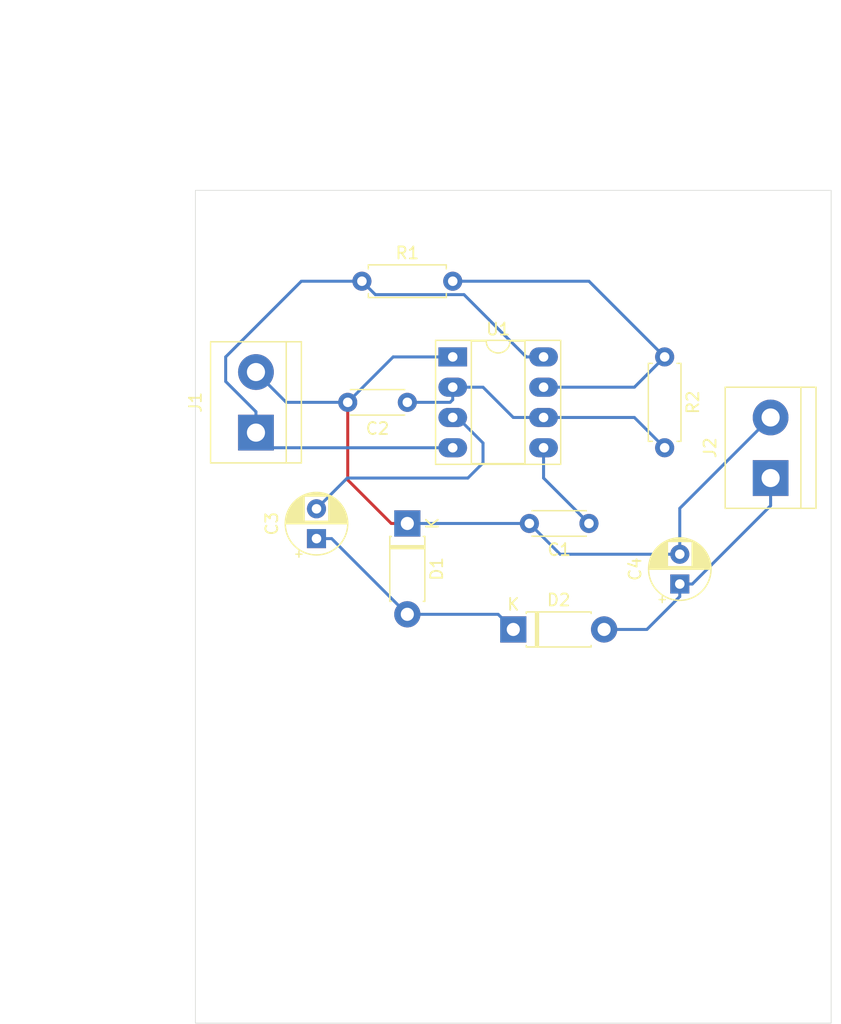
<source format=kicad_pcb>
(kicad_pcb (version 20171130) (host pcbnew "(5.1.4)-1")

  (general
    (thickness 1.6)
    (drawings 6)
    (tracks 54)
    (zones 0)
    (modules 11)
    (nets 9)
  )

  (page A4)
  (layers
    (0 F.Cu signal)
    (31 B.Cu signal)
    (32 B.Adhes user)
    (33 F.Adhes user)
    (34 B.Paste user)
    (35 F.Paste user)
    (36 B.SilkS user)
    (37 F.SilkS user)
    (38 B.Mask user)
    (39 F.Mask user)
    (40 Dwgs.User user)
    (41 Cmts.User user)
    (42 Eco1.User user)
    (43 Eco2.User user)
    (44 Edge.Cuts user)
    (45 Margin user)
    (46 B.CrtYd user)
    (47 F.CrtYd user)
    (48 B.Fab user)
    (49 F.Fab user)
  )

  (setup
    (last_trace_width 0.25)
    (trace_clearance 0.2)
    (zone_clearance 0.508)
    (zone_45_only no)
    (trace_min 0.2)
    (via_size 0.8)
    (via_drill 0.4)
    (via_min_size 0.4)
    (via_min_drill 0.3)
    (uvia_size 0.3)
    (uvia_drill 0.1)
    (uvias_allowed no)
    (uvia_min_size 0.2)
    (uvia_min_drill 0.1)
    (edge_width 0.05)
    (segment_width 0.2)
    (pcb_text_width 0.3)
    (pcb_text_size 1.5 1.5)
    (mod_edge_width 0.12)
    (mod_text_size 1 1)
    (mod_text_width 0.15)
    (pad_size 1.524 1.524)
    (pad_drill 0.762)
    (pad_to_mask_clearance 0.051)
    (solder_mask_min_width 0.25)
    (aux_axis_origin 0 0)
    (visible_elements 7FFFFFFF)
    (pcbplotparams
      (layerselection 0x010fc_ffffffff)
      (usegerberextensions false)
      (usegerberattributes false)
      (usegerberadvancedattributes false)
      (creategerberjobfile false)
      (excludeedgelayer true)
      (linewidth 0.100000)
      (plotframeref false)
      (viasonmask false)
      (mode 1)
      (useauxorigin false)
      (hpglpennumber 1)
      (hpglpenspeed 20)
      (hpglpendiameter 15.000000)
      (psnegative false)
      (psa4output false)
      (plotreference true)
      (plotvalue true)
      (plotinvisibletext false)
      (padsonsilk false)
      (subtractmaskfromsilk false)
      (outputformat 1)
      (mirror false)
      (drillshape 1)
      (scaleselection 1)
      (outputdirectory ""))
  )

  (net 0 "")
  (net 1 N$2)
  (net 2 GND)
  (net 3 N$1)
  (net 4 N$5)
  (net 5 N$4)
  (net 6 N$6)
  (net 7 VCC)
  (net 8 N$3)

  (net_class Default "This is the default net class."
    (clearance 0.2)
    (trace_width 0.25)
    (via_dia 0.8)
    (via_drill 0.4)
    (uvia_dia 0.3)
    (uvia_drill 0.1)
    (add_net GND)
    (add_net N$1)
    (add_net N$2)
    (add_net N$3)
    (add_net N$4)
    (add_net N$5)
    (add_net N$6)
    (add_net VCC)
  )

  (module Capacitor_THT:C_Disc_D4.3mm_W1.9mm_P5.00mm (layer F.Cu) (tedit 5AE50EF0) (tstamp 5E71B1E6)
    (at 83.82 120.65 180)
    (descr "C, Disc series, Radial, pin pitch=5.00mm, , diameter*width=4.3*1.9mm^2, Capacitor, http://www.vishay.com/docs/45233/krseries.pdf")
    (tags "C Disc series Radial pin pitch 5.00mm  diameter 4.3mm width 1.9mm Capacitor")
    (path /top/make_capacitor0/7015427433656065807)
    (fp_text reference C1 (at 2.5 -2.2) (layer F.SilkS)
      (effects (font (size 1 1) (thickness 0.15)))
    )
    (fp_text value 0.1uF (at 2.5 2.2) (layer F.Fab)
      (effects (font (size 1 1) (thickness 0.15)))
    )
    (fp_text user %R (at 2.5 0) (layer F.Fab)
      (effects (font (size 0.86 0.86) (thickness 0.129)))
    )
    (fp_line (start 6.05 -1.2) (end -1.05 -1.2) (layer F.CrtYd) (width 0.05))
    (fp_line (start 6.05 1.2) (end 6.05 -1.2) (layer F.CrtYd) (width 0.05))
    (fp_line (start -1.05 1.2) (end 6.05 1.2) (layer F.CrtYd) (width 0.05))
    (fp_line (start -1.05 -1.2) (end -1.05 1.2) (layer F.CrtYd) (width 0.05))
    (fp_line (start 4.77 1.055) (end 4.77 1.07) (layer F.SilkS) (width 0.12))
    (fp_line (start 4.77 -1.07) (end 4.77 -1.055) (layer F.SilkS) (width 0.12))
    (fp_line (start 0.23 1.055) (end 0.23 1.07) (layer F.SilkS) (width 0.12))
    (fp_line (start 0.23 -1.07) (end 0.23 -1.055) (layer F.SilkS) (width 0.12))
    (fp_line (start 0.23 1.07) (end 4.77 1.07) (layer F.SilkS) (width 0.12))
    (fp_line (start 0.23 -1.07) (end 4.77 -1.07) (layer F.SilkS) (width 0.12))
    (fp_line (start 4.65 -0.95) (end 0.35 -0.95) (layer F.Fab) (width 0.1))
    (fp_line (start 4.65 0.95) (end 4.65 -0.95) (layer F.Fab) (width 0.1))
    (fp_line (start 0.35 0.95) (end 4.65 0.95) (layer F.Fab) (width 0.1))
    (fp_line (start 0.35 -0.95) (end 0.35 0.95) (layer F.Fab) (width 0.1))
    (pad 2 thru_hole circle (at 5 0 180) (size 1.6 1.6) (drill 0.8) (layers *.Cu *.Mask)
      (net 2 GND))
    (pad 1 thru_hole circle (at 0 0 180) (size 1.6 1.6) (drill 0.8) (layers *.Cu *.Mask)
      (net 1 N$2))
    (model ${KISYS3DMOD}/Capacitor_THT.3dshapes/C_Disc_D4.3mm_W1.9mm_P5.00mm.wrl
      (at (xyz 0 0 0))
      (scale (xyz 1 1 1))
      (rotate (xyz 0 0 0))
    )
  )

  (module Capacitor_THT:C_Disc_D4.3mm_W1.9mm_P5.00mm (layer F.Cu) (tedit 5AE50EF0) (tstamp 5E71B1FB)
    (at 68.58 110.49 180)
    (descr "C, Disc series, Radial, pin pitch=5.00mm, , diameter*width=4.3*1.9mm^2, Capacitor, http://www.vishay.com/docs/45233/krseries.pdf")
    (tags "C Disc series Radial pin pitch 5.00mm  diameter 4.3mm width 1.9mm Capacitor")
    (path /top/make_capacitor1/17300385552054863131)
    (fp_text reference C2 (at 2.5 -2.2) (layer F.SilkS)
      (effects (font (size 1 1) (thickness 0.15)))
    )
    (fp_text value 0.022uF (at 2.5 2.2) (layer F.Fab)
      (effects (font (size 1 1) (thickness 0.15)))
    )
    (fp_line (start 0.35 -0.95) (end 0.35 0.95) (layer F.Fab) (width 0.1))
    (fp_line (start 0.35 0.95) (end 4.65 0.95) (layer F.Fab) (width 0.1))
    (fp_line (start 4.65 0.95) (end 4.65 -0.95) (layer F.Fab) (width 0.1))
    (fp_line (start 4.65 -0.95) (end 0.35 -0.95) (layer F.Fab) (width 0.1))
    (fp_line (start 0.23 -1.07) (end 4.77 -1.07) (layer F.SilkS) (width 0.12))
    (fp_line (start 0.23 1.07) (end 4.77 1.07) (layer F.SilkS) (width 0.12))
    (fp_line (start 0.23 -1.07) (end 0.23 -1.055) (layer F.SilkS) (width 0.12))
    (fp_line (start 0.23 1.055) (end 0.23 1.07) (layer F.SilkS) (width 0.12))
    (fp_line (start 4.77 -1.07) (end 4.77 -1.055) (layer F.SilkS) (width 0.12))
    (fp_line (start 4.77 1.055) (end 4.77 1.07) (layer F.SilkS) (width 0.12))
    (fp_line (start -1.05 -1.2) (end -1.05 1.2) (layer F.CrtYd) (width 0.05))
    (fp_line (start -1.05 1.2) (end 6.05 1.2) (layer F.CrtYd) (width 0.05))
    (fp_line (start 6.05 1.2) (end 6.05 -1.2) (layer F.CrtYd) (width 0.05))
    (fp_line (start 6.05 -1.2) (end -1.05 -1.2) (layer F.CrtYd) (width 0.05))
    (fp_text user %R (at 2.5 0) (layer F.Fab)
      (effects (font (size 0.86 0.86) (thickness 0.129)))
    )
    (pad 1 thru_hole circle (at 0 0 180) (size 1.6 1.6) (drill 0.8) (layers *.Cu *.Mask)
      (net 3 N$1))
    (pad 2 thru_hole circle (at 5 0 180) (size 1.6 1.6) (drill 0.8) (layers *.Cu *.Mask)
      (net 2 GND))
    (model ${KISYS3DMOD}/Capacitor_THT.3dshapes/C_Disc_D4.3mm_W1.9mm_P5.00mm.wrl
      (at (xyz 0 0 0))
      (scale (xyz 1 1 1))
      (rotate (xyz 0 0 0))
    )
  )

  (module Capacitor_THT:CP_Radial_D5.0mm_P2.50mm (layer F.Cu) (tedit 5AE50EF0) (tstamp 5E71B27F)
    (at 60.96 121.92 90)
    (descr "CP, Radial series, Radial, pin pitch=2.50mm, , diameter=5mm, Electrolytic Capacitor")
    (tags "CP Radial series Radial pin pitch 2.50mm  diameter 5mm Electrolytic Capacitor")
    (path /top/make_electrolytic_capacitor0/7105215154516364399)
    (fp_text reference C3 (at 1.25 -3.75 90) (layer F.SilkS)
      (effects (font (size 1 1) (thickness 0.15)))
    )
    (fp_text value 22uF (at 1.25 3.75 90) (layer F.Fab)
      (effects (font (size 1 1) (thickness 0.15)))
    )
    (fp_text user %R (at 1.25 0 90) (layer F.Fab)
      (effects (font (size 1 1) (thickness 0.15)))
    )
    (fp_line (start -1.304775 -1.725) (end -1.304775 -1.225) (layer F.SilkS) (width 0.12))
    (fp_line (start -1.554775 -1.475) (end -1.054775 -1.475) (layer F.SilkS) (width 0.12))
    (fp_line (start 3.851 -0.284) (end 3.851 0.284) (layer F.SilkS) (width 0.12))
    (fp_line (start 3.811 -0.518) (end 3.811 0.518) (layer F.SilkS) (width 0.12))
    (fp_line (start 3.771 -0.677) (end 3.771 0.677) (layer F.SilkS) (width 0.12))
    (fp_line (start 3.731 -0.805) (end 3.731 0.805) (layer F.SilkS) (width 0.12))
    (fp_line (start 3.691 -0.915) (end 3.691 0.915) (layer F.SilkS) (width 0.12))
    (fp_line (start 3.651 -1.011) (end 3.651 1.011) (layer F.SilkS) (width 0.12))
    (fp_line (start 3.611 -1.098) (end 3.611 1.098) (layer F.SilkS) (width 0.12))
    (fp_line (start 3.571 -1.178) (end 3.571 1.178) (layer F.SilkS) (width 0.12))
    (fp_line (start 3.531 1.04) (end 3.531 1.251) (layer F.SilkS) (width 0.12))
    (fp_line (start 3.531 -1.251) (end 3.531 -1.04) (layer F.SilkS) (width 0.12))
    (fp_line (start 3.491 1.04) (end 3.491 1.319) (layer F.SilkS) (width 0.12))
    (fp_line (start 3.491 -1.319) (end 3.491 -1.04) (layer F.SilkS) (width 0.12))
    (fp_line (start 3.451 1.04) (end 3.451 1.383) (layer F.SilkS) (width 0.12))
    (fp_line (start 3.451 -1.383) (end 3.451 -1.04) (layer F.SilkS) (width 0.12))
    (fp_line (start 3.411 1.04) (end 3.411 1.443) (layer F.SilkS) (width 0.12))
    (fp_line (start 3.411 -1.443) (end 3.411 -1.04) (layer F.SilkS) (width 0.12))
    (fp_line (start 3.371 1.04) (end 3.371 1.5) (layer F.SilkS) (width 0.12))
    (fp_line (start 3.371 -1.5) (end 3.371 -1.04) (layer F.SilkS) (width 0.12))
    (fp_line (start 3.331 1.04) (end 3.331 1.554) (layer F.SilkS) (width 0.12))
    (fp_line (start 3.331 -1.554) (end 3.331 -1.04) (layer F.SilkS) (width 0.12))
    (fp_line (start 3.291 1.04) (end 3.291 1.605) (layer F.SilkS) (width 0.12))
    (fp_line (start 3.291 -1.605) (end 3.291 -1.04) (layer F.SilkS) (width 0.12))
    (fp_line (start 3.251 1.04) (end 3.251 1.653) (layer F.SilkS) (width 0.12))
    (fp_line (start 3.251 -1.653) (end 3.251 -1.04) (layer F.SilkS) (width 0.12))
    (fp_line (start 3.211 1.04) (end 3.211 1.699) (layer F.SilkS) (width 0.12))
    (fp_line (start 3.211 -1.699) (end 3.211 -1.04) (layer F.SilkS) (width 0.12))
    (fp_line (start 3.171 1.04) (end 3.171 1.743) (layer F.SilkS) (width 0.12))
    (fp_line (start 3.171 -1.743) (end 3.171 -1.04) (layer F.SilkS) (width 0.12))
    (fp_line (start 3.131 1.04) (end 3.131 1.785) (layer F.SilkS) (width 0.12))
    (fp_line (start 3.131 -1.785) (end 3.131 -1.04) (layer F.SilkS) (width 0.12))
    (fp_line (start 3.091 1.04) (end 3.091 1.826) (layer F.SilkS) (width 0.12))
    (fp_line (start 3.091 -1.826) (end 3.091 -1.04) (layer F.SilkS) (width 0.12))
    (fp_line (start 3.051 1.04) (end 3.051 1.864) (layer F.SilkS) (width 0.12))
    (fp_line (start 3.051 -1.864) (end 3.051 -1.04) (layer F.SilkS) (width 0.12))
    (fp_line (start 3.011 1.04) (end 3.011 1.901) (layer F.SilkS) (width 0.12))
    (fp_line (start 3.011 -1.901) (end 3.011 -1.04) (layer F.SilkS) (width 0.12))
    (fp_line (start 2.971 1.04) (end 2.971 1.937) (layer F.SilkS) (width 0.12))
    (fp_line (start 2.971 -1.937) (end 2.971 -1.04) (layer F.SilkS) (width 0.12))
    (fp_line (start 2.931 1.04) (end 2.931 1.971) (layer F.SilkS) (width 0.12))
    (fp_line (start 2.931 -1.971) (end 2.931 -1.04) (layer F.SilkS) (width 0.12))
    (fp_line (start 2.891 1.04) (end 2.891 2.004) (layer F.SilkS) (width 0.12))
    (fp_line (start 2.891 -2.004) (end 2.891 -1.04) (layer F.SilkS) (width 0.12))
    (fp_line (start 2.851 1.04) (end 2.851 2.035) (layer F.SilkS) (width 0.12))
    (fp_line (start 2.851 -2.035) (end 2.851 -1.04) (layer F.SilkS) (width 0.12))
    (fp_line (start 2.811 1.04) (end 2.811 2.065) (layer F.SilkS) (width 0.12))
    (fp_line (start 2.811 -2.065) (end 2.811 -1.04) (layer F.SilkS) (width 0.12))
    (fp_line (start 2.771 1.04) (end 2.771 2.095) (layer F.SilkS) (width 0.12))
    (fp_line (start 2.771 -2.095) (end 2.771 -1.04) (layer F.SilkS) (width 0.12))
    (fp_line (start 2.731 1.04) (end 2.731 2.122) (layer F.SilkS) (width 0.12))
    (fp_line (start 2.731 -2.122) (end 2.731 -1.04) (layer F.SilkS) (width 0.12))
    (fp_line (start 2.691 1.04) (end 2.691 2.149) (layer F.SilkS) (width 0.12))
    (fp_line (start 2.691 -2.149) (end 2.691 -1.04) (layer F.SilkS) (width 0.12))
    (fp_line (start 2.651 1.04) (end 2.651 2.175) (layer F.SilkS) (width 0.12))
    (fp_line (start 2.651 -2.175) (end 2.651 -1.04) (layer F.SilkS) (width 0.12))
    (fp_line (start 2.611 1.04) (end 2.611 2.2) (layer F.SilkS) (width 0.12))
    (fp_line (start 2.611 -2.2) (end 2.611 -1.04) (layer F.SilkS) (width 0.12))
    (fp_line (start 2.571 1.04) (end 2.571 2.224) (layer F.SilkS) (width 0.12))
    (fp_line (start 2.571 -2.224) (end 2.571 -1.04) (layer F.SilkS) (width 0.12))
    (fp_line (start 2.531 1.04) (end 2.531 2.247) (layer F.SilkS) (width 0.12))
    (fp_line (start 2.531 -2.247) (end 2.531 -1.04) (layer F.SilkS) (width 0.12))
    (fp_line (start 2.491 1.04) (end 2.491 2.268) (layer F.SilkS) (width 0.12))
    (fp_line (start 2.491 -2.268) (end 2.491 -1.04) (layer F.SilkS) (width 0.12))
    (fp_line (start 2.451 1.04) (end 2.451 2.29) (layer F.SilkS) (width 0.12))
    (fp_line (start 2.451 -2.29) (end 2.451 -1.04) (layer F.SilkS) (width 0.12))
    (fp_line (start 2.411 1.04) (end 2.411 2.31) (layer F.SilkS) (width 0.12))
    (fp_line (start 2.411 -2.31) (end 2.411 -1.04) (layer F.SilkS) (width 0.12))
    (fp_line (start 2.371 1.04) (end 2.371 2.329) (layer F.SilkS) (width 0.12))
    (fp_line (start 2.371 -2.329) (end 2.371 -1.04) (layer F.SilkS) (width 0.12))
    (fp_line (start 2.331 1.04) (end 2.331 2.348) (layer F.SilkS) (width 0.12))
    (fp_line (start 2.331 -2.348) (end 2.331 -1.04) (layer F.SilkS) (width 0.12))
    (fp_line (start 2.291 1.04) (end 2.291 2.365) (layer F.SilkS) (width 0.12))
    (fp_line (start 2.291 -2.365) (end 2.291 -1.04) (layer F.SilkS) (width 0.12))
    (fp_line (start 2.251 1.04) (end 2.251 2.382) (layer F.SilkS) (width 0.12))
    (fp_line (start 2.251 -2.382) (end 2.251 -1.04) (layer F.SilkS) (width 0.12))
    (fp_line (start 2.211 1.04) (end 2.211 2.398) (layer F.SilkS) (width 0.12))
    (fp_line (start 2.211 -2.398) (end 2.211 -1.04) (layer F.SilkS) (width 0.12))
    (fp_line (start 2.171 1.04) (end 2.171 2.414) (layer F.SilkS) (width 0.12))
    (fp_line (start 2.171 -2.414) (end 2.171 -1.04) (layer F.SilkS) (width 0.12))
    (fp_line (start 2.131 1.04) (end 2.131 2.428) (layer F.SilkS) (width 0.12))
    (fp_line (start 2.131 -2.428) (end 2.131 -1.04) (layer F.SilkS) (width 0.12))
    (fp_line (start 2.091 1.04) (end 2.091 2.442) (layer F.SilkS) (width 0.12))
    (fp_line (start 2.091 -2.442) (end 2.091 -1.04) (layer F.SilkS) (width 0.12))
    (fp_line (start 2.051 1.04) (end 2.051 2.455) (layer F.SilkS) (width 0.12))
    (fp_line (start 2.051 -2.455) (end 2.051 -1.04) (layer F.SilkS) (width 0.12))
    (fp_line (start 2.011 1.04) (end 2.011 2.468) (layer F.SilkS) (width 0.12))
    (fp_line (start 2.011 -2.468) (end 2.011 -1.04) (layer F.SilkS) (width 0.12))
    (fp_line (start 1.971 1.04) (end 1.971 2.48) (layer F.SilkS) (width 0.12))
    (fp_line (start 1.971 -2.48) (end 1.971 -1.04) (layer F.SilkS) (width 0.12))
    (fp_line (start 1.93 1.04) (end 1.93 2.491) (layer F.SilkS) (width 0.12))
    (fp_line (start 1.93 -2.491) (end 1.93 -1.04) (layer F.SilkS) (width 0.12))
    (fp_line (start 1.89 1.04) (end 1.89 2.501) (layer F.SilkS) (width 0.12))
    (fp_line (start 1.89 -2.501) (end 1.89 -1.04) (layer F.SilkS) (width 0.12))
    (fp_line (start 1.85 1.04) (end 1.85 2.511) (layer F.SilkS) (width 0.12))
    (fp_line (start 1.85 -2.511) (end 1.85 -1.04) (layer F.SilkS) (width 0.12))
    (fp_line (start 1.81 1.04) (end 1.81 2.52) (layer F.SilkS) (width 0.12))
    (fp_line (start 1.81 -2.52) (end 1.81 -1.04) (layer F.SilkS) (width 0.12))
    (fp_line (start 1.77 1.04) (end 1.77 2.528) (layer F.SilkS) (width 0.12))
    (fp_line (start 1.77 -2.528) (end 1.77 -1.04) (layer F.SilkS) (width 0.12))
    (fp_line (start 1.73 1.04) (end 1.73 2.536) (layer F.SilkS) (width 0.12))
    (fp_line (start 1.73 -2.536) (end 1.73 -1.04) (layer F.SilkS) (width 0.12))
    (fp_line (start 1.69 1.04) (end 1.69 2.543) (layer F.SilkS) (width 0.12))
    (fp_line (start 1.69 -2.543) (end 1.69 -1.04) (layer F.SilkS) (width 0.12))
    (fp_line (start 1.65 1.04) (end 1.65 2.55) (layer F.SilkS) (width 0.12))
    (fp_line (start 1.65 -2.55) (end 1.65 -1.04) (layer F.SilkS) (width 0.12))
    (fp_line (start 1.61 1.04) (end 1.61 2.556) (layer F.SilkS) (width 0.12))
    (fp_line (start 1.61 -2.556) (end 1.61 -1.04) (layer F.SilkS) (width 0.12))
    (fp_line (start 1.57 1.04) (end 1.57 2.561) (layer F.SilkS) (width 0.12))
    (fp_line (start 1.57 -2.561) (end 1.57 -1.04) (layer F.SilkS) (width 0.12))
    (fp_line (start 1.53 1.04) (end 1.53 2.565) (layer F.SilkS) (width 0.12))
    (fp_line (start 1.53 -2.565) (end 1.53 -1.04) (layer F.SilkS) (width 0.12))
    (fp_line (start 1.49 1.04) (end 1.49 2.569) (layer F.SilkS) (width 0.12))
    (fp_line (start 1.49 -2.569) (end 1.49 -1.04) (layer F.SilkS) (width 0.12))
    (fp_line (start 1.45 -2.573) (end 1.45 2.573) (layer F.SilkS) (width 0.12))
    (fp_line (start 1.41 -2.576) (end 1.41 2.576) (layer F.SilkS) (width 0.12))
    (fp_line (start 1.37 -2.578) (end 1.37 2.578) (layer F.SilkS) (width 0.12))
    (fp_line (start 1.33 -2.579) (end 1.33 2.579) (layer F.SilkS) (width 0.12))
    (fp_line (start 1.29 -2.58) (end 1.29 2.58) (layer F.SilkS) (width 0.12))
    (fp_line (start 1.25 -2.58) (end 1.25 2.58) (layer F.SilkS) (width 0.12))
    (fp_line (start -0.633605 -1.3375) (end -0.633605 -0.8375) (layer F.Fab) (width 0.1))
    (fp_line (start -0.883605 -1.0875) (end -0.383605 -1.0875) (layer F.Fab) (width 0.1))
    (fp_circle (center 1.25 0) (end 4 0) (layer F.CrtYd) (width 0.05))
    (fp_circle (center 1.25 0) (end 3.87 0) (layer F.SilkS) (width 0.12))
    (fp_circle (center 1.25 0) (end 3.75 0) (layer F.Fab) (width 0.1))
    (pad 2 thru_hole circle (at 2.5 0 90) (size 1.6 1.6) (drill 0.8) (layers *.Cu *.Mask)
      (net 5 N$4))
    (pad 1 thru_hole rect (at 0 0 90) (size 1.6 1.6) (drill 0.8) (layers *.Cu *.Mask)
      (net 4 N$5))
    (model ${KISYS3DMOD}/Capacitor_THT.3dshapes/CP_Radial_D5.0mm_P2.50mm.wrl
      (at (xyz 0 0 0))
      (scale (xyz 1 1 1))
      (rotate (xyz 0 0 0))
    )
  )

  (module Capacitor_THT:CP_Radial_D5.0mm_P2.50mm (layer F.Cu) (tedit 5AE50EF0) (tstamp 5E71B303)
    (at 91.44 125.73 90)
    (descr "CP, Radial series, Radial, pin pitch=2.50mm, , diameter=5mm, Electrolytic Capacitor")
    (tags "CP Radial series Radial pin pitch 2.50mm  diameter 5mm Electrolytic Capacitor")
    (path /top/make_electrolytic_capacitor1/12484858582552334614)
    (fp_text reference C4 (at 1.25 -3.75 90) (layer F.SilkS)
      (effects (font (size 1 1) (thickness 0.15)))
    )
    (fp_text value 22uF (at 1.25 3.75 90) (layer F.Fab)
      (effects (font (size 1 1) (thickness 0.15)))
    )
    (fp_circle (center 1.25 0) (end 3.75 0) (layer F.Fab) (width 0.1))
    (fp_circle (center 1.25 0) (end 3.87 0) (layer F.SilkS) (width 0.12))
    (fp_circle (center 1.25 0) (end 4 0) (layer F.CrtYd) (width 0.05))
    (fp_line (start -0.883605 -1.0875) (end -0.383605 -1.0875) (layer F.Fab) (width 0.1))
    (fp_line (start -0.633605 -1.3375) (end -0.633605 -0.8375) (layer F.Fab) (width 0.1))
    (fp_line (start 1.25 -2.58) (end 1.25 2.58) (layer F.SilkS) (width 0.12))
    (fp_line (start 1.29 -2.58) (end 1.29 2.58) (layer F.SilkS) (width 0.12))
    (fp_line (start 1.33 -2.579) (end 1.33 2.579) (layer F.SilkS) (width 0.12))
    (fp_line (start 1.37 -2.578) (end 1.37 2.578) (layer F.SilkS) (width 0.12))
    (fp_line (start 1.41 -2.576) (end 1.41 2.576) (layer F.SilkS) (width 0.12))
    (fp_line (start 1.45 -2.573) (end 1.45 2.573) (layer F.SilkS) (width 0.12))
    (fp_line (start 1.49 -2.569) (end 1.49 -1.04) (layer F.SilkS) (width 0.12))
    (fp_line (start 1.49 1.04) (end 1.49 2.569) (layer F.SilkS) (width 0.12))
    (fp_line (start 1.53 -2.565) (end 1.53 -1.04) (layer F.SilkS) (width 0.12))
    (fp_line (start 1.53 1.04) (end 1.53 2.565) (layer F.SilkS) (width 0.12))
    (fp_line (start 1.57 -2.561) (end 1.57 -1.04) (layer F.SilkS) (width 0.12))
    (fp_line (start 1.57 1.04) (end 1.57 2.561) (layer F.SilkS) (width 0.12))
    (fp_line (start 1.61 -2.556) (end 1.61 -1.04) (layer F.SilkS) (width 0.12))
    (fp_line (start 1.61 1.04) (end 1.61 2.556) (layer F.SilkS) (width 0.12))
    (fp_line (start 1.65 -2.55) (end 1.65 -1.04) (layer F.SilkS) (width 0.12))
    (fp_line (start 1.65 1.04) (end 1.65 2.55) (layer F.SilkS) (width 0.12))
    (fp_line (start 1.69 -2.543) (end 1.69 -1.04) (layer F.SilkS) (width 0.12))
    (fp_line (start 1.69 1.04) (end 1.69 2.543) (layer F.SilkS) (width 0.12))
    (fp_line (start 1.73 -2.536) (end 1.73 -1.04) (layer F.SilkS) (width 0.12))
    (fp_line (start 1.73 1.04) (end 1.73 2.536) (layer F.SilkS) (width 0.12))
    (fp_line (start 1.77 -2.528) (end 1.77 -1.04) (layer F.SilkS) (width 0.12))
    (fp_line (start 1.77 1.04) (end 1.77 2.528) (layer F.SilkS) (width 0.12))
    (fp_line (start 1.81 -2.52) (end 1.81 -1.04) (layer F.SilkS) (width 0.12))
    (fp_line (start 1.81 1.04) (end 1.81 2.52) (layer F.SilkS) (width 0.12))
    (fp_line (start 1.85 -2.511) (end 1.85 -1.04) (layer F.SilkS) (width 0.12))
    (fp_line (start 1.85 1.04) (end 1.85 2.511) (layer F.SilkS) (width 0.12))
    (fp_line (start 1.89 -2.501) (end 1.89 -1.04) (layer F.SilkS) (width 0.12))
    (fp_line (start 1.89 1.04) (end 1.89 2.501) (layer F.SilkS) (width 0.12))
    (fp_line (start 1.93 -2.491) (end 1.93 -1.04) (layer F.SilkS) (width 0.12))
    (fp_line (start 1.93 1.04) (end 1.93 2.491) (layer F.SilkS) (width 0.12))
    (fp_line (start 1.971 -2.48) (end 1.971 -1.04) (layer F.SilkS) (width 0.12))
    (fp_line (start 1.971 1.04) (end 1.971 2.48) (layer F.SilkS) (width 0.12))
    (fp_line (start 2.011 -2.468) (end 2.011 -1.04) (layer F.SilkS) (width 0.12))
    (fp_line (start 2.011 1.04) (end 2.011 2.468) (layer F.SilkS) (width 0.12))
    (fp_line (start 2.051 -2.455) (end 2.051 -1.04) (layer F.SilkS) (width 0.12))
    (fp_line (start 2.051 1.04) (end 2.051 2.455) (layer F.SilkS) (width 0.12))
    (fp_line (start 2.091 -2.442) (end 2.091 -1.04) (layer F.SilkS) (width 0.12))
    (fp_line (start 2.091 1.04) (end 2.091 2.442) (layer F.SilkS) (width 0.12))
    (fp_line (start 2.131 -2.428) (end 2.131 -1.04) (layer F.SilkS) (width 0.12))
    (fp_line (start 2.131 1.04) (end 2.131 2.428) (layer F.SilkS) (width 0.12))
    (fp_line (start 2.171 -2.414) (end 2.171 -1.04) (layer F.SilkS) (width 0.12))
    (fp_line (start 2.171 1.04) (end 2.171 2.414) (layer F.SilkS) (width 0.12))
    (fp_line (start 2.211 -2.398) (end 2.211 -1.04) (layer F.SilkS) (width 0.12))
    (fp_line (start 2.211 1.04) (end 2.211 2.398) (layer F.SilkS) (width 0.12))
    (fp_line (start 2.251 -2.382) (end 2.251 -1.04) (layer F.SilkS) (width 0.12))
    (fp_line (start 2.251 1.04) (end 2.251 2.382) (layer F.SilkS) (width 0.12))
    (fp_line (start 2.291 -2.365) (end 2.291 -1.04) (layer F.SilkS) (width 0.12))
    (fp_line (start 2.291 1.04) (end 2.291 2.365) (layer F.SilkS) (width 0.12))
    (fp_line (start 2.331 -2.348) (end 2.331 -1.04) (layer F.SilkS) (width 0.12))
    (fp_line (start 2.331 1.04) (end 2.331 2.348) (layer F.SilkS) (width 0.12))
    (fp_line (start 2.371 -2.329) (end 2.371 -1.04) (layer F.SilkS) (width 0.12))
    (fp_line (start 2.371 1.04) (end 2.371 2.329) (layer F.SilkS) (width 0.12))
    (fp_line (start 2.411 -2.31) (end 2.411 -1.04) (layer F.SilkS) (width 0.12))
    (fp_line (start 2.411 1.04) (end 2.411 2.31) (layer F.SilkS) (width 0.12))
    (fp_line (start 2.451 -2.29) (end 2.451 -1.04) (layer F.SilkS) (width 0.12))
    (fp_line (start 2.451 1.04) (end 2.451 2.29) (layer F.SilkS) (width 0.12))
    (fp_line (start 2.491 -2.268) (end 2.491 -1.04) (layer F.SilkS) (width 0.12))
    (fp_line (start 2.491 1.04) (end 2.491 2.268) (layer F.SilkS) (width 0.12))
    (fp_line (start 2.531 -2.247) (end 2.531 -1.04) (layer F.SilkS) (width 0.12))
    (fp_line (start 2.531 1.04) (end 2.531 2.247) (layer F.SilkS) (width 0.12))
    (fp_line (start 2.571 -2.224) (end 2.571 -1.04) (layer F.SilkS) (width 0.12))
    (fp_line (start 2.571 1.04) (end 2.571 2.224) (layer F.SilkS) (width 0.12))
    (fp_line (start 2.611 -2.2) (end 2.611 -1.04) (layer F.SilkS) (width 0.12))
    (fp_line (start 2.611 1.04) (end 2.611 2.2) (layer F.SilkS) (width 0.12))
    (fp_line (start 2.651 -2.175) (end 2.651 -1.04) (layer F.SilkS) (width 0.12))
    (fp_line (start 2.651 1.04) (end 2.651 2.175) (layer F.SilkS) (width 0.12))
    (fp_line (start 2.691 -2.149) (end 2.691 -1.04) (layer F.SilkS) (width 0.12))
    (fp_line (start 2.691 1.04) (end 2.691 2.149) (layer F.SilkS) (width 0.12))
    (fp_line (start 2.731 -2.122) (end 2.731 -1.04) (layer F.SilkS) (width 0.12))
    (fp_line (start 2.731 1.04) (end 2.731 2.122) (layer F.SilkS) (width 0.12))
    (fp_line (start 2.771 -2.095) (end 2.771 -1.04) (layer F.SilkS) (width 0.12))
    (fp_line (start 2.771 1.04) (end 2.771 2.095) (layer F.SilkS) (width 0.12))
    (fp_line (start 2.811 -2.065) (end 2.811 -1.04) (layer F.SilkS) (width 0.12))
    (fp_line (start 2.811 1.04) (end 2.811 2.065) (layer F.SilkS) (width 0.12))
    (fp_line (start 2.851 -2.035) (end 2.851 -1.04) (layer F.SilkS) (width 0.12))
    (fp_line (start 2.851 1.04) (end 2.851 2.035) (layer F.SilkS) (width 0.12))
    (fp_line (start 2.891 -2.004) (end 2.891 -1.04) (layer F.SilkS) (width 0.12))
    (fp_line (start 2.891 1.04) (end 2.891 2.004) (layer F.SilkS) (width 0.12))
    (fp_line (start 2.931 -1.971) (end 2.931 -1.04) (layer F.SilkS) (width 0.12))
    (fp_line (start 2.931 1.04) (end 2.931 1.971) (layer F.SilkS) (width 0.12))
    (fp_line (start 2.971 -1.937) (end 2.971 -1.04) (layer F.SilkS) (width 0.12))
    (fp_line (start 2.971 1.04) (end 2.971 1.937) (layer F.SilkS) (width 0.12))
    (fp_line (start 3.011 -1.901) (end 3.011 -1.04) (layer F.SilkS) (width 0.12))
    (fp_line (start 3.011 1.04) (end 3.011 1.901) (layer F.SilkS) (width 0.12))
    (fp_line (start 3.051 -1.864) (end 3.051 -1.04) (layer F.SilkS) (width 0.12))
    (fp_line (start 3.051 1.04) (end 3.051 1.864) (layer F.SilkS) (width 0.12))
    (fp_line (start 3.091 -1.826) (end 3.091 -1.04) (layer F.SilkS) (width 0.12))
    (fp_line (start 3.091 1.04) (end 3.091 1.826) (layer F.SilkS) (width 0.12))
    (fp_line (start 3.131 -1.785) (end 3.131 -1.04) (layer F.SilkS) (width 0.12))
    (fp_line (start 3.131 1.04) (end 3.131 1.785) (layer F.SilkS) (width 0.12))
    (fp_line (start 3.171 -1.743) (end 3.171 -1.04) (layer F.SilkS) (width 0.12))
    (fp_line (start 3.171 1.04) (end 3.171 1.743) (layer F.SilkS) (width 0.12))
    (fp_line (start 3.211 -1.699) (end 3.211 -1.04) (layer F.SilkS) (width 0.12))
    (fp_line (start 3.211 1.04) (end 3.211 1.699) (layer F.SilkS) (width 0.12))
    (fp_line (start 3.251 -1.653) (end 3.251 -1.04) (layer F.SilkS) (width 0.12))
    (fp_line (start 3.251 1.04) (end 3.251 1.653) (layer F.SilkS) (width 0.12))
    (fp_line (start 3.291 -1.605) (end 3.291 -1.04) (layer F.SilkS) (width 0.12))
    (fp_line (start 3.291 1.04) (end 3.291 1.605) (layer F.SilkS) (width 0.12))
    (fp_line (start 3.331 -1.554) (end 3.331 -1.04) (layer F.SilkS) (width 0.12))
    (fp_line (start 3.331 1.04) (end 3.331 1.554) (layer F.SilkS) (width 0.12))
    (fp_line (start 3.371 -1.5) (end 3.371 -1.04) (layer F.SilkS) (width 0.12))
    (fp_line (start 3.371 1.04) (end 3.371 1.5) (layer F.SilkS) (width 0.12))
    (fp_line (start 3.411 -1.443) (end 3.411 -1.04) (layer F.SilkS) (width 0.12))
    (fp_line (start 3.411 1.04) (end 3.411 1.443) (layer F.SilkS) (width 0.12))
    (fp_line (start 3.451 -1.383) (end 3.451 -1.04) (layer F.SilkS) (width 0.12))
    (fp_line (start 3.451 1.04) (end 3.451 1.383) (layer F.SilkS) (width 0.12))
    (fp_line (start 3.491 -1.319) (end 3.491 -1.04) (layer F.SilkS) (width 0.12))
    (fp_line (start 3.491 1.04) (end 3.491 1.319) (layer F.SilkS) (width 0.12))
    (fp_line (start 3.531 -1.251) (end 3.531 -1.04) (layer F.SilkS) (width 0.12))
    (fp_line (start 3.531 1.04) (end 3.531 1.251) (layer F.SilkS) (width 0.12))
    (fp_line (start 3.571 -1.178) (end 3.571 1.178) (layer F.SilkS) (width 0.12))
    (fp_line (start 3.611 -1.098) (end 3.611 1.098) (layer F.SilkS) (width 0.12))
    (fp_line (start 3.651 -1.011) (end 3.651 1.011) (layer F.SilkS) (width 0.12))
    (fp_line (start 3.691 -0.915) (end 3.691 0.915) (layer F.SilkS) (width 0.12))
    (fp_line (start 3.731 -0.805) (end 3.731 0.805) (layer F.SilkS) (width 0.12))
    (fp_line (start 3.771 -0.677) (end 3.771 0.677) (layer F.SilkS) (width 0.12))
    (fp_line (start 3.811 -0.518) (end 3.811 0.518) (layer F.SilkS) (width 0.12))
    (fp_line (start 3.851 -0.284) (end 3.851 0.284) (layer F.SilkS) (width 0.12))
    (fp_line (start -1.554775 -1.475) (end -1.054775 -1.475) (layer F.SilkS) (width 0.12))
    (fp_line (start -1.304775 -1.725) (end -1.304775 -1.225) (layer F.SilkS) (width 0.12))
    (fp_text user %R (at 1.25 0 90) (layer F.Fab)
      (effects (font (size 1 1) (thickness 0.15)))
    )
    (pad 1 thru_hole rect (at 0 0 90) (size 1.6 1.6) (drill 0.8) (layers *.Cu *.Mask)
      (net 6 N$6))
    (pad 2 thru_hole circle (at 2.5 0 90) (size 1.6 1.6) (drill 0.8) (layers *.Cu *.Mask)
      (net 2 GND))
    (model ${KISYS3DMOD}/Capacitor_THT.3dshapes/CP_Radial_D5.0mm_P2.50mm.wrl
      (at (xyz 0 0 0))
      (scale (xyz 1 1 1))
      (rotate (xyz 0 0 0))
    )
  )

  (module Diode_THT:D_DO-41_SOD81_P7.62mm_Horizontal (layer F.Cu) (tedit 5AE50CD5) (tstamp 5E71D186)
    (at 68.58 120.65 270)
    (descr "Diode, DO-41_SOD81 series, Axial, Horizontal, pin pitch=7.62mm, , length*diameter=5.2*2.7mm^2, , http://www.diodes.com/_files/packages/DO-41%20(Plastic).pdf")
    (tags "Diode DO-41_SOD81 series Axial Horizontal pin pitch 7.62mm  length 5.2mm diameter 2.7mm")
    (path /top/17575461347615887467)
    (fp_text reference D1 (at 3.81 -2.47 90) (layer F.SilkS)
      (effects (font (size 1 1) (thickness 0.15)))
    )
    (fp_text value 1N4001 (at 3.81 2.47 90) (layer F.Fab)
      (effects (font (size 1 1) (thickness 0.15)))
    )
    (fp_text user K (at 0 -2.1 90) (layer F.SilkS)
      (effects (font (size 1 1) (thickness 0.15)))
    )
    (fp_text user K (at 0 -2.1 90) (layer F.Fab)
      (effects (font (size 1 1) (thickness 0.15)))
    )
    (fp_text user %R (at 4.2 0 90) (layer F.Fab)
      (effects (font (size 1 1) (thickness 0.15)))
    )
    (fp_line (start 8.97 -1.6) (end -1.35 -1.6) (layer F.CrtYd) (width 0.05))
    (fp_line (start 8.97 1.6) (end 8.97 -1.6) (layer F.CrtYd) (width 0.05))
    (fp_line (start -1.35 1.6) (end 8.97 1.6) (layer F.CrtYd) (width 0.05))
    (fp_line (start -1.35 -1.6) (end -1.35 1.6) (layer F.CrtYd) (width 0.05))
    (fp_line (start 1.87 -1.47) (end 1.87 1.47) (layer F.SilkS) (width 0.12))
    (fp_line (start 2.11 -1.47) (end 2.11 1.47) (layer F.SilkS) (width 0.12))
    (fp_line (start 1.99 -1.47) (end 1.99 1.47) (layer F.SilkS) (width 0.12))
    (fp_line (start 6.53 1.47) (end 6.53 1.34) (layer F.SilkS) (width 0.12))
    (fp_line (start 1.09 1.47) (end 6.53 1.47) (layer F.SilkS) (width 0.12))
    (fp_line (start 1.09 1.34) (end 1.09 1.47) (layer F.SilkS) (width 0.12))
    (fp_line (start 6.53 -1.47) (end 6.53 -1.34) (layer F.SilkS) (width 0.12))
    (fp_line (start 1.09 -1.47) (end 6.53 -1.47) (layer F.SilkS) (width 0.12))
    (fp_line (start 1.09 -1.34) (end 1.09 -1.47) (layer F.SilkS) (width 0.12))
    (fp_line (start 1.89 -1.35) (end 1.89 1.35) (layer F.Fab) (width 0.1))
    (fp_line (start 2.09 -1.35) (end 2.09 1.35) (layer F.Fab) (width 0.1))
    (fp_line (start 1.99 -1.35) (end 1.99 1.35) (layer F.Fab) (width 0.1))
    (fp_line (start 7.62 0) (end 6.41 0) (layer F.Fab) (width 0.1))
    (fp_line (start 0 0) (end 1.21 0) (layer F.Fab) (width 0.1))
    (fp_line (start 6.41 -1.35) (end 1.21 -1.35) (layer F.Fab) (width 0.1))
    (fp_line (start 6.41 1.35) (end 6.41 -1.35) (layer F.Fab) (width 0.1))
    (fp_line (start 1.21 1.35) (end 6.41 1.35) (layer F.Fab) (width 0.1))
    (fp_line (start 1.21 -1.35) (end 1.21 1.35) (layer F.Fab) (width 0.1))
    (pad 2 thru_hole oval (at 7.62 0 270) (size 2.2 2.2) (drill 1.1) (layers *.Cu *.Mask)
      (net 4 N$5))
    (pad 1 thru_hole rect (at 0 0 270) (size 2.2 2.2) (drill 1.1) (layers *.Cu *.Mask)
      (net 2 GND))
    (model ${KISYS3DMOD}/Diode_THT.3dshapes/D_DO-41_SOD81_P7.62mm_Horizontal.wrl
      (at (xyz 0 0 0))
      (scale (xyz 1 1 1))
      (rotate (xyz 0 0 0))
    )
  )

  (module Diode_THT:D_DO-41_SOD81_P7.62mm_Horizontal (layer F.Cu) (tedit 5AE50CD5) (tstamp 5E71B341)
    (at 77.47 129.54)
    (descr "Diode, DO-41_SOD81 series, Axial, Horizontal, pin pitch=7.62mm, , length*diameter=5.2*2.7mm^2, , http://www.diodes.com/_files/packages/DO-41%20(Plastic).pdf")
    (tags "Diode DO-41_SOD81 series Axial Horizontal pin pitch 7.62mm  length 5.2mm diameter 2.7mm")
    (path /top/8938118286266289786)
    (fp_text reference D2 (at 3.81 -2.47) (layer F.SilkS)
      (effects (font (size 1 1) (thickness 0.15)))
    )
    (fp_text value 1N4001 (at 3.81 2.47) (layer F.Fab)
      (effects (font (size 1 1) (thickness 0.15)))
    )
    (fp_line (start 1.21 -1.35) (end 1.21 1.35) (layer F.Fab) (width 0.1))
    (fp_line (start 1.21 1.35) (end 6.41 1.35) (layer F.Fab) (width 0.1))
    (fp_line (start 6.41 1.35) (end 6.41 -1.35) (layer F.Fab) (width 0.1))
    (fp_line (start 6.41 -1.35) (end 1.21 -1.35) (layer F.Fab) (width 0.1))
    (fp_line (start 0 0) (end 1.21 0) (layer F.Fab) (width 0.1))
    (fp_line (start 7.62 0) (end 6.41 0) (layer F.Fab) (width 0.1))
    (fp_line (start 1.99 -1.35) (end 1.99 1.35) (layer F.Fab) (width 0.1))
    (fp_line (start 2.09 -1.35) (end 2.09 1.35) (layer F.Fab) (width 0.1))
    (fp_line (start 1.89 -1.35) (end 1.89 1.35) (layer F.Fab) (width 0.1))
    (fp_line (start 1.09 -1.34) (end 1.09 -1.47) (layer F.SilkS) (width 0.12))
    (fp_line (start 1.09 -1.47) (end 6.53 -1.47) (layer F.SilkS) (width 0.12))
    (fp_line (start 6.53 -1.47) (end 6.53 -1.34) (layer F.SilkS) (width 0.12))
    (fp_line (start 1.09 1.34) (end 1.09 1.47) (layer F.SilkS) (width 0.12))
    (fp_line (start 1.09 1.47) (end 6.53 1.47) (layer F.SilkS) (width 0.12))
    (fp_line (start 6.53 1.47) (end 6.53 1.34) (layer F.SilkS) (width 0.12))
    (fp_line (start 1.99 -1.47) (end 1.99 1.47) (layer F.SilkS) (width 0.12))
    (fp_line (start 2.11 -1.47) (end 2.11 1.47) (layer F.SilkS) (width 0.12))
    (fp_line (start 1.87 -1.47) (end 1.87 1.47) (layer F.SilkS) (width 0.12))
    (fp_line (start -1.35 -1.6) (end -1.35 1.6) (layer F.CrtYd) (width 0.05))
    (fp_line (start -1.35 1.6) (end 8.97 1.6) (layer F.CrtYd) (width 0.05))
    (fp_line (start 8.97 1.6) (end 8.97 -1.6) (layer F.CrtYd) (width 0.05))
    (fp_line (start 8.97 -1.6) (end -1.35 -1.6) (layer F.CrtYd) (width 0.05))
    (fp_text user %R (at 4.2 0) (layer F.Fab)
      (effects (font (size 1 1) (thickness 0.15)))
    )
    (fp_text user K (at 0 -2.1) (layer F.Fab)
      (effects (font (size 1 1) (thickness 0.15)))
    )
    (fp_text user K (at 0 -2.1) (layer F.SilkS)
      (effects (font (size 1 1) (thickness 0.15)))
    )
    (pad 1 thru_hole rect (at 0 0) (size 2.2 2.2) (drill 1.1) (layers *.Cu *.Mask)
      (net 4 N$5))
    (pad 2 thru_hole oval (at 7.62 0) (size 2.2 2.2) (drill 1.1) (layers *.Cu *.Mask)
      (net 6 N$6))
    (model ${KISYS3DMOD}/Diode_THT.3dshapes/D_DO-41_SOD81_P7.62mm_Horizontal.wrl
      (at (xyz 0 0 0))
      (scale (xyz 1 1 1))
      (rotate (xyz 0 0 0))
    )
  )

  (module TerminalBlock:TerminalBlock_bornier-2_P5.08mm (layer F.Cu) (tedit 59FF03AB) (tstamp 5E71B356)
    (at 55.88 113.03 90)
    (descr "simple 2-pin terminal block, pitch 5.08mm, revamped version of bornier2")
    (tags "terminal block bornier2")
    (path /top/13152248890083237386)
    (fp_text reference J1 (at 2.54 -5.08 90) (layer F.SilkS)
      (effects (font (size 1 1) (thickness 0.15)))
    )
    (fp_text value Screw_Terminal_01x02 (at 2.54 5.08 90) (layer F.Fab)
      (effects (font (size 1 1) (thickness 0.15)))
    )
    (fp_line (start 7.79 4) (end -2.71 4) (layer F.CrtYd) (width 0.05))
    (fp_line (start 7.79 4) (end 7.79 -4) (layer F.CrtYd) (width 0.05))
    (fp_line (start -2.71 -4) (end -2.71 4) (layer F.CrtYd) (width 0.05))
    (fp_line (start -2.71 -4) (end 7.79 -4) (layer F.CrtYd) (width 0.05))
    (fp_line (start -2.54 3.81) (end 7.62 3.81) (layer F.SilkS) (width 0.12))
    (fp_line (start -2.54 -3.81) (end -2.54 3.81) (layer F.SilkS) (width 0.12))
    (fp_line (start 7.62 -3.81) (end -2.54 -3.81) (layer F.SilkS) (width 0.12))
    (fp_line (start 7.62 3.81) (end 7.62 -3.81) (layer F.SilkS) (width 0.12))
    (fp_line (start 7.62 2.54) (end -2.54 2.54) (layer F.SilkS) (width 0.12))
    (fp_line (start 7.54 -3.75) (end -2.46 -3.75) (layer F.Fab) (width 0.1))
    (fp_line (start 7.54 3.75) (end 7.54 -3.75) (layer F.Fab) (width 0.1))
    (fp_line (start -2.46 3.75) (end 7.54 3.75) (layer F.Fab) (width 0.1))
    (fp_line (start -2.46 -3.75) (end -2.46 3.75) (layer F.Fab) (width 0.1))
    (fp_line (start -2.41 2.55) (end 7.49 2.55) (layer F.Fab) (width 0.1))
    (fp_text user %R (at 2.54 0 90) (layer F.Fab)
      (effects (font (size 1 1) (thickness 0.15)))
    )
    (pad 2 thru_hole circle (at 5.08 0 90) (size 3 3) (drill 1.52) (layers *.Cu *.Mask)
      (net 2 GND))
    (pad 1 thru_hole rect (at 0 0 90) (size 3 3) (drill 1.52) (layers *.Cu *.Mask)
      (net 7 VCC))
    (model ${KISYS3DMOD}/TerminalBlock.3dshapes/TerminalBlock_bornier-2_P5.08mm.wrl
      (offset (xyz 2.539999961853027 0 0))
      (scale (xyz 1 1 1))
      (rotate (xyz 0 0 0))
    )
  )

  (module TerminalBlock:TerminalBlock_bornier-2_P5.08mm (layer F.Cu) (tedit 59FF03AB) (tstamp 5E71B36B)
    (at 99.06 116.84 90)
    (descr "simple 2-pin terminal block, pitch 5.08mm, revamped version of bornier2")
    (tags "terminal block bornier2")
    (path /top/16356793606348102627)
    (fp_text reference J2 (at 2.54 -5.08 90) (layer F.SilkS)
      (effects (font (size 1 1) (thickness 0.15)))
    )
    (fp_text value Screw_Terminal_01x02 (at 2.54 5.08 90) (layer F.Fab)
      (effects (font (size 1 1) (thickness 0.15)))
    )
    (fp_text user %R (at 2.54 0 90) (layer F.Fab)
      (effects (font (size 1 1) (thickness 0.15)))
    )
    (fp_line (start -2.41 2.55) (end 7.49 2.55) (layer F.Fab) (width 0.1))
    (fp_line (start -2.46 -3.75) (end -2.46 3.75) (layer F.Fab) (width 0.1))
    (fp_line (start -2.46 3.75) (end 7.54 3.75) (layer F.Fab) (width 0.1))
    (fp_line (start 7.54 3.75) (end 7.54 -3.75) (layer F.Fab) (width 0.1))
    (fp_line (start 7.54 -3.75) (end -2.46 -3.75) (layer F.Fab) (width 0.1))
    (fp_line (start 7.62 2.54) (end -2.54 2.54) (layer F.SilkS) (width 0.12))
    (fp_line (start 7.62 3.81) (end 7.62 -3.81) (layer F.SilkS) (width 0.12))
    (fp_line (start 7.62 -3.81) (end -2.54 -3.81) (layer F.SilkS) (width 0.12))
    (fp_line (start -2.54 -3.81) (end -2.54 3.81) (layer F.SilkS) (width 0.12))
    (fp_line (start -2.54 3.81) (end 7.62 3.81) (layer F.SilkS) (width 0.12))
    (fp_line (start -2.71 -4) (end 7.79 -4) (layer F.CrtYd) (width 0.05))
    (fp_line (start -2.71 -4) (end -2.71 4) (layer F.CrtYd) (width 0.05))
    (fp_line (start 7.79 4) (end 7.79 -4) (layer F.CrtYd) (width 0.05))
    (fp_line (start 7.79 4) (end -2.71 4) (layer F.CrtYd) (width 0.05))
    (pad 1 thru_hole rect (at 0 0 90) (size 3 3) (drill 1.52) (layers *.Cu *.Mask)
      (net 6 N$6))
    (pad 2 thru_hole circle (at 5.08 0 90) (size 3 3) (drill 1.52) (layers *.Cu *.Mask)
      (net 2 GND))
    (model ${KISYS3DMOD}/TerminalBlock.3dshapes/TerminalBlock_bornier-2_P5.08mm.wrl
      (offset (xyz 2.539999961853027 0 0))
      (scale (xyz 1 1 1))
      (rotate (xyz 0 0 0))
    )
  )

  (module Resistor_THT:R_Axial_DIN0207_L6.3mm_D2.5mm_P7.62mm_Horizontal (layer F.Cu) (tedit 5AE5139B) (tstamp 5E71B382)
    (at 64.77 100.33)
    (descr "Resistor, Axial_DIN0207 series, Axial, Horizontal, pin pitch=7.62mm, 0.25W = 1/4W, length*diameter=6.3*2.5mm^2, http://cdn-reichelt.de/documents/datenblatt/B400/1_4W%23YAG.pdf")
    (tags "Resistor Axial_DIN0207 series Axial Horizontal pin pitch 7.62mm 0.25W = 1/4W length 6.3mm diameter 2.5mm")
    (path /top/make_resistor0/10054746140280571825)
    (fp_text reference R1 (at 3.81 -2.37) (layer F.SilkS)
      (effects (font (size 1 1) (thickness 0.15)))
    )
    (fp_text value 1k (at 3.81 2.37) (layer F.Fab)
      (effects (font (size 1 1) (thickness 0.15)))
    )
    (fp_text user %R (at 3.81 0) (layer F.Fab)
      (effects (font (size 1 1) (thickness 0.15)))
    )
    (fp_line (start 8.67 -1.5) (end -1.05 -1.5) (layer F.CrtYd) (width 0.05))
    (fp_line (start 8.67 1.5) (end 8.67 -1.5) (layer F.CrtYd) (width 0.05))
    (fp_line (start -1.05 1.5) (end 8.67 1.5) (layer F.CrtYd) (width 0.05))
    (fp_line (start -1.05 -1.5) (end -1.05 1.5) (layer F.CrtYd) (width 0.05))
    (fp_line (start 7.08 1.37) (end 7.08 1.04) (layer F.SilkS) (width 0.12))
    (fp_line (start 0.54 1.37) (end 7.08 1.37) (layer F.SilkS) (width 0.12))
    (fp_line (start 0.54 1.04) (end 0.54 1.37) (layer F.SilkS) (width 0.12))
    (fp_line (start 7.08 -1.37) (end 7.08 -1.04) (layer F.SilkS) (width 0.12))
    (fp_line (start 0.54 -1.37) (end 7.08 -1.37) (layer F.SilkS) (width 0.12))
    (fp_line (start 0.54 -1.04) (end 0.54 -1.37) (layer F.SilkS) (width 0.12))
    (fp_line (start 7.62 0) (end 6.96 0) (layer F.Fab) (width 0.1))
    (fp_line (start 0 0) (end 0.66 0) (layer F.Fab) (width 0.1))
    (fp_line (start 6.96 -1.25) (end 0.66 -1.25) (layer F.Fab) (width 0.1))
    (fp_line (start 6.96 1.25) (end 6.96 -1.25) (layer F.Fab) (width 0.1))
    (fp_line (start 0.66 1.25) (end 6.96 1.25) (layer F.Fab) (width 0.1))
    (fp_line (start 0.66 -1.25) (end 0.66 1.25) (layer F.Fab) (width 0.1))
    (pad 2 thru_hole oval (at 7.62 0) (size 1.6 1.6) (drill 0.8) (layers *.Cu *.Mask)
      (net 8 N$3))
    (pad 1 thru_hole circle (at 0 0) (size 1.6 1.6) (drill 0.8) (layers *.Cu *.Mask)
      (net 7 VCC))
    (model ${KISYS3DMOD}/Resistor_THT.3dshapes/R_Axial_DIN0207_L6.3mm_D2.5mm_P7.62mm_Horizontal.wrl
      (at (xyz 0 0 0))
      (scale (xyz 1 1 1))
      (rotate (xyz 0 0 0))
    )
  )

  (module Resistor_THT:R_Axial_DIN0207_L6.3mm_D2.5mm_P7.62mm_Horizontal (layer F.Cu) (tedit 5AE5139B) (tstamp 5E71D099)
    (at 90.17 106.68 270)
    (descr "Resistor, Axial_DIN0207 series, Axial, Horizontal, pin pitch=7.62mm, 0.25W = 1/4W, length*diameter=6.3*2.5mm^2, http://cdn-reichelt.de/documents/datenblatt/B400/1_4W%23YAG.pdf")
    (tags "Resistor Axial_DIN0207 series Axial Horizontal pin pitch 7.62mm 0.25W = 1/4W length 6.3mm diameter 2.5mm")
    (path /top/make_resistor1/7511299858400955997)
    (fp_text reference R2 (at 3.81 -2.37 90) (layer F.SilkS)
      (effects (font (size 1 1) (thickness 0.15)))
    )
    (fp_text value 10k (at 3.81 2.37 90) (layer F.Fab)
      (effects (font (size 1 1) (thickness 0.15)))
    )
    (fp_line (start 0.66 -1.25) (end 0.66 1.25) (layer F.Fab) (width 0.1))
    (fp_line (start 0.66 1.25) (end 6.96 1.25) (layer F.Fab) (width 0.1))
    (fp_line (start 6.96 1.25) (end 6.96 -1.25) (layer F.Fab) (width 0.1))
    (fp_line (start 6.96 -1.25) (end 0.66 -1.25) (layer F.Fab) (width 0.1))
    (fp_line (start 0 0) (end 0.66 0) (layer F.Fab) (width 0.1))
    (fp_line (start 7.62 0) (end 6.96 0) (layer F.Fab) (width 0.1))
    (fp_line (start 0.54 -1.04) (end 0.54 -1.37) (layer F.SilkS) (width 0.12))
    (fp_line (start 0.54 -1.37) (end 7.08 -1.37) (layer F.SilkS) (width 0.12))
    (fp_line (start 7.08 -1.37) (end 7.08 -1.04) (layer F.SilkS) (width 0.12))
    (fp_line (start 0.54 1.04) (end 0.54 1.37) (layer F.SilkS) (width 0.12))
    (fp_line (start 0.54 1.37) (end 7.08 1.37) (layer F.SilkS) (width 0.12))
    (fp_line (start 7.08 1.37) (end 7.08 1.04) (layer F.SilkS) (width 0.12))
    (fp_line (start -1.05 -1.5) (end -1.05 1.5) (layer F.CrtYd) (width 0.05))
    (fp_line (start -1.05 1.5) (end 8.67 1.5) (layer F.CrtYd) (width 0.05))
    (fp_line (start 8.67 1.5) (end 8.67 -1.5) (layer F.CrtYd) (width 0.05))
    (fp_line (start 8.67 -1.5) (end -1.05 -1.5) (layer F.CrtYd) (width 0.05))
    (fp_text user %R (at 3.81 0 90) (layer F.Fab)
      (effects (font (size 1 1) (thickness 0.15)))
    )
    (pad 1 thru_hole circle (at 0 0 270) (size 1.6 1.6) (drill 0.8) (layers *.Cu *.Mask)
      (net 8 N$3))
    (pad 2 thru_hole oval (at 7.62 0 270) (size 1.6 1.6) (drill 0.8) (layers *.Cu *.Mask)
      (net 3 N$1))
    (model ${KISYS3DMOD}/Resistor_THT.3dshapes/R_Axial_DIN0207_L6.3mm_D2.5mm_P7.62mm_Horizontal.wrl
      (at (xyz 0 0 0))
      (scale (xyz 1 1 1))
      (rotate (xyz 0 0 0))
    )
  )

  (module Package_DIP:DIP-8_W7.62mm_Socket_LongPads (layer F.Cu) (tedit 5A02E8C5) (tstamp 5E71B3BD)
    (at 72.39 106.68)
    (descr "8-lead though-hole mounted DIP package, row spacing 7.62 mm (300 mils), Socket, LongPads")
    (tags "THT DIP DIL PDIP 2.54mm 7.62mm 300mil Socket LongPads")
    (path /top/15296245538943902894)
    (fp_text reference U1 (at 3.81 -2.33) (layer F.SilkS)
      (effects (font (size 1 1) (thickness 0.15)))
    )
    (fp_text value LM555 (at 3.81 9.95) (layer F.Fab)
      (effects (font (size 1 1) (thickness 0.15)))
    )
    (fp_text user %R (at 3.81 3.81) (layer F.Fab)
      (effects (font (size 1 1) (thickness 0.15)))
    )
    (fp_line (start 9.15 -1.6) (end -1.55 -1.6) (layer F.CrtYd) (width 0.05))
    (fp_line (start 9.15 9.2) (end 9.15 -1.6) (layer F.CrtYd) (width 0.05))
    (fp_line (start -1.55 9.2) (end 9.15 9.2) (layer F.CrtYd) (width 0.05))
    (fp_line (start -1.55 -1.6) (end -1.55 9.2) (layer F.CrtYd) (width 0.05))
    (fp_line (start 9.06 -1.39) (end -1.44 -1.39) (layer F.SilkS) (width 0.12))
    (fp_line (start 9.06 9.01) (end 9.06 -1.39) (layer F.SilkS) (width 0.12))
    (fp_line (start -1.44 9.01) (end 9.06 9.01) (layer F.SilkS) (width 0.12))
    (fp_line (start -1.44 -1.39) (end -1.44 9.01) (layer F.SilkS) (width 0.12))
    (fp_line (start 6.06 -1.33) (end 4.81 -1.33) (layer F.SilkS) (width 0.12))
    (fp_line (start 6.06 8.95) (end 6.06 -1.33) (layer F.SilkS) (width 0.12))
    (fp_line (start 1.56 8.95) (end 6.06 8.95) (layer F.SilkS) (width 0.12))
    (fp_line (start 1.56 -1.33) (end 1.56 8.95) (layer F.SilkS) (width 0.12))
    (fp_line (start 2.81 -1.33) (end 1.56 -1.33) (layer F.SilkS) (width 0.12))
    (fp_line (start 8.89 -1.33) (end -1.27 -1.33) (layer F.Fab) (width 0.1))
    (fp_line (start 8.89 8.95) (end 8.89 -1.33) (layer F.Fab) (width 0.1))
    (fp_line (start -1.27 8.95) (end 8.89 8.95) (layer F.Fab) (width 0.1))
    (fp_line (start -1.27 -1.33) (end -1.27 8.95) (layer F.Fab) (width 0.1))
    (fp_line (start 0.635 -0.27) (end 1.635 -1.27) (layer F.Fab) (width 0.1))
    (fp_line (start 0.635 8.89) (end 0.635 -0.27) (layer F.Fab) (width 0.1))
    (fp_line (start 6.985 8.89) (end 0.635 8.89) (layer F.Fab) (width 0.1))
    (fp_line (start 6.985 -1.27) (end 6.985 8.89) (layer F.Fab) (width 0.1))
    (fp_line (start 1.635 -1.27) (end 6.985 -1.27) (layer F.Fab) (width 0.1))
    (fp_arc (start 3.81 -1.33) (end 2.81 -1.33) (angle -180) (layer F.SilkS) (width 0.12))
    (pad 8 thru_hole oval (at 7.62 0) (size 2.4 1.6) (drill 0.8) (layers *.Cu *.Mask)
      (net 7 VCC))
    (pad 4 thru_hole oval (at 0 7.62) (size 2.4 1.6) (drill 0.8) (layers *.Cu *.Mask)
      (net 7 VCC))
    (pad 7 thru_hole oval (at 7.62 2.54) (size 2.4 1.6) (drill 0.8) (layers *.Cu *.Mask)
      (net 8 N$3))
    (pad 3 thru_hole oval (at 0 5.08) (size 2.4 1.6) (drill 0.8) (layers *.Cu *.Mask)
      (net 5 N$4))
    (pad 6 thru_hole oval (at 7.62 5.08) (size 2.4 1.6) (drill 0.8) (layers *.Cu *.Mask)
      (net 3 N$1))
    (pad 2 thru_hole oval (at 0 2.54) (size 2.4 1.6) (drill 0.8) (layers *.Cu *.Mask)
      (net 3 N$1))
    (pad 5 thru_hole oval (at 7.62 7.62) (size 2.4 1.6) (drill 0.8) (layers *.Cu *.Mask)
      (net 1 N$2))
    (pad 1 thru_hole rect (at 0 0) (size 2.4 1.6) (drill 0.8) (layers *.Cu *.Mask)
      (net 2 GND))
    (model ${KISYS3DMOD}/Package_DIP.3dshapes/DIP-8_W7.62mm_Socket.wrl
      (at (xyz 0 0 0))
      (scale (xyz 1 1 1))
      (rotate (xyz 0 0 0))
    )
  )

  (gr_line (start 104.14 162.56) (end 50.8 162.56) (layer Edge.Cuts) (width 0.05) (tstamp 5E71CE3A))
  (gr_line (start 104.14 92.71) (end 104.14 162.56) (layer Edge.Cuts) (width 0.05) (tstamp 5E71CE4C))
  (gr_line (start 50.8 92.71) (end 104.14 92.71) (layer Edge.Cuts) (width 0.05) (tstamp 5E71CE43))
  (gr_line (start 50.8 162.56) (end 50.8 92.71) (layer Edge.Cuts) (width 0.05) (tstamp 5E71CE4F))
  (dimension 53.34 (width 0.15) (layer Dwgs.User) (tstamp 5E71CE47)
    (gr_text "53.340 mm" (at 77.47 77.44) (layer Dwgs.User) (tstamp 5E71CE48)
      (effects (font (size 1 1) (thickness 0.15)))
    )
    (feature1 (pts (xy 104.14 92.71) (xy 104.14 78.153579)))
    (feature2 (pts (xy 50.8 92.71) (xy 50.8 78.153579)))
    (crossbar (pts (xy 50.8 78.74) (xy 104.14 78.74)))
    (arrow1a (pts (xy 104.14 78.74) (xy 103.013496 79.326421)))
    (arrow1b (pts (xy 104.14 78.74) (xy 103.013496 78.153579)))
    (arrow2a (pts (xy 50.8 78.74) (xy 51.926504 79.326421)))
    (arrow2b (pts (xy 50.8 78.74) (xy 51.926504 78.153579)))
  )
  (dimension 69.85 (width 0.15) (layer Dwgs.User) (tstamp 5E71CE3E)
    (gr_text "69.850 mm" (at 38.07 127.635 90) (layer Dwgs.User) (tstamp 5E71CE3F)
      (effects (font (size 1 1) (thickness 0.15)))
    )
    (feature1 (pts (xy 50.8 92.71) (xy 38.783579 92.71)))
    (feature2 (pts (xy 50.8 162.56) (xy 38.783579 162.56)))
    (crossbar (pts (xy 39.37 162.56) (xy 39.37 92.71)))
    (arrow1a (pts (xy 39.37 92.71) (xy 39.956421 93.836504)))
    (arrow1b (pts (xy 39.37 92.71) (xy 38.783579 93.836504)))
    (arrow2a (pts (xy 39.37 162.56) (xy 39.956421 161.433496)))
    (arrow2b (pts (xy 39.37 162.56) (xy 38.783579 161.433496)))
  )

  (segment (start 80.01 116.84) (end 83.82 120.65) (width 0.25) (layer B.Cu) (net 1))
  (segment (start 80.01 114.3) (end 80.01 116.84) (width 0.25) (layer B.Cu) (net 1))
  (segment (start 58.42 110.49) (end 63.58 110.49) (width 0.25) (layer B.Cu) (net 2))
  (segment (start 55.88 107.95) (end 58.42 110.49) (width 0.25) (layer B.Cu) (net 2))
  (segment (start 91.44 119.38) (end 99.06 111.76) (width 0.25) (layer B.Cu) (net 2))
  (segment (start 91.44 123.23) (end 91.44 119.38) (width 0.25) (layer B.Cu) (net 2))
  (segment (start 81.4 123.23) (end 91.44 123.23) (width 0.25) (layer B.Cu) (net 2))
  (segment (start 78.82 120.65) (end 81.4 123.23) (width 0.25) (layer B.Cu) (net 2))
  (segment (start 68.58 120.65) (end 78.82 120.65) (width 0.25) (layer B.Cu) (net 2))
  (segment (start 67.39 106.68) (end 72.39 106.68) (width 0.25) (layer B.Cu) (net 2))
  (segment (start 63.58 110.49) (end 67.39 106.68) (width 0.25) (layer B.Cu) (net 2))
  (segment (start 67.23 120.65) (end 68.58 120.65) (width 0.25) (layer F.Cu) (net 2))
  (segment (start 63.58 117) (end 67.23 120.65) (width 0.25) (layer F.Cu) (net 2))
  (segment (start 63.58 110.49) (end 63.58 117) (width 0.25) (layer F.Cu) (net 2))
  (segment (start 87.63 111.76) (end 90.17 114.3) (width 0.25) (layer B.Cu) (net 3))
  (segment (start 80.01 111.76) (end 87.63 111.76) (width 0.25) (layer B.Cu) (net 3))
  (segment (start 72.39 110.27) (end 72.39 109.22) (width 0.25) (layer B.Cu) (net 3))
  (segment (start 72.17 110.49) (end 72.39 110.27) (width 0.25) (layer B.Cu) (net 3))
  (segment (start 68.58 110.49) (end 72.17 110.49) (width 0.25) (layer B.Cu) (net 3))
  (segment (start 80.01 111.76) (end 77.47 111.76) (width 0.25) (layer B.Cu) (net 3))
  (segment (start 74.93 109.22) (end 72.39 109.22) (width 0.25) (layer B.Cu) (net 3))
  (segment (start 77.47 111.76) (end 74.93 109.22) (width 0.25) (layer B.Cu) (net 3))
  (segment (start 76.2 128.27) (end 77.47 129.54) (width 0.25) (layer B.Cu) (net 4))
  (segment (start 68.58 128.27) (end 76.2 128.27) (width 0.25) (layer B.Cu) (net 4))
  (segment (start 62.23 121.92) (end 68.58 128.27) (width 0.25) (layer B.Cu) (net 4))
  (segment (start 60.96 121.92) (end 62.23 121.92) (width 0.25) (layer B.Cu) (net 4))
  (segment (start 72.79 111.76) (end 74.93 113.9) (width 0.25) (layer B.Cu) (net 5))
  (segment (start 72.39 111.76) (end 72.79 111.76) (width 0.25) (layer B.Cu) (net 5))
  (segment (start 74.93 113.9) (end 74.93 115.57) (width 0.25) (layer B.Cu) (net 5))
  (segment (start 74.93 115.57) (end 73.66 116.84) (width 0.25) (layer B.Cu) (net 5))
  (segment (start 63.54 116.84) (end 60.96 119.42) (width 0.25) (layer B.Cu) (net 5))
  (segment (start 73.66 116.84) (end 63.54 116.84) (width 0.25) (layer B.Cu) (net 5))
  (segment (start 99.06 118.59) (end 99.06 116.84) (width 0.25) (layer B.Cu) (net 6))
  (segment (start 99.06 119.16) (end 99.06 118.59) (width 0.25) (layer B.Cu) (net 6))
  (segment (start 92.49 125.73) (end 99.06 119.16) (width 0.25) (layer B.Cu) (net 6))
  (segment (start 91.44 125.73) (end 92.49 125.73) (width 0.25) (layer B.Cu) (net 6))
  (segment (start 91.44 126.78) (end 91.44 125.73) (width 0.25) (layer B.Cu) (net 6))
  (segment (start 88.68 129.54) (end 91.44 126.78) (width 0.25) (layer B.Cu) (net 6))
  (segment (start 85.09 129.54) (end 88.68 129.54) (width 0.25) (layer B.Cu) (net 6))
  (segment (start 55.88 111.28) (end 53.34 108.74) (width 0.25) (layer B.Cu) (net 7))
  (segment (start 55.88 113.03) (end 55.88 111.28) (width 0.25) (layer B.Cu) (net 7))
  (segment (start 53.34 108.74) (end 53.34 106.68) (width 0.25) (layer B.Cu) (net 7))
  (segment (start 59.69 100.33) (end 64.77 100.33) (width 0.25) (layer B.Cu) (net 7))
  (segment (start 53.34 106.68) (end 59.69 100.33) (width 0.25) (layer B.Cu) (net 7))
  (segment (start 78.56 106.68) (end 80.01 106.68) (width 0.25) (layer B.Cu) (net 7))
  (segment (start 73.335001 101.455001) (end 78.56 106.68) (width 0.25) (layer B.Cu) (net 7))
  (segment (start 65.895001 101.455001) (end 73.335001 101.455001) (width 0.25) (layer B.Cu) (net 7))
  (segment (start 64.77 100.33) (end 65.895001 101.455001) (width 0.25) (layer B.Cu) (net 7))
  (segment (start 57.15 114.3) (end 55.88 113.03) (width 0.25) (layer B.Cu) (net 7))
  (segment (start 72.39 114.3) (end 57.15 114.3) (width 0.25) (layer B.Cu) (net 7))
  (segment (start 87.63 109.22) (end 90.17 106.68) (width 0.25) (layer B.Cu) (net 8))
  (segment (start 80.01 109.22) (end 87.63 109.22) (width 0.25) (layer B.Cu) (net 8))
  (segment (start 83.82 100.33) (end 90.17 106.68) (width 0.25) (layer B.Cu) (net 8))
  (segment (start 72.39 100.33) (end 83.82 100.33) (width 0.25) (layer B.Cu) (net 8))

)

</source>
